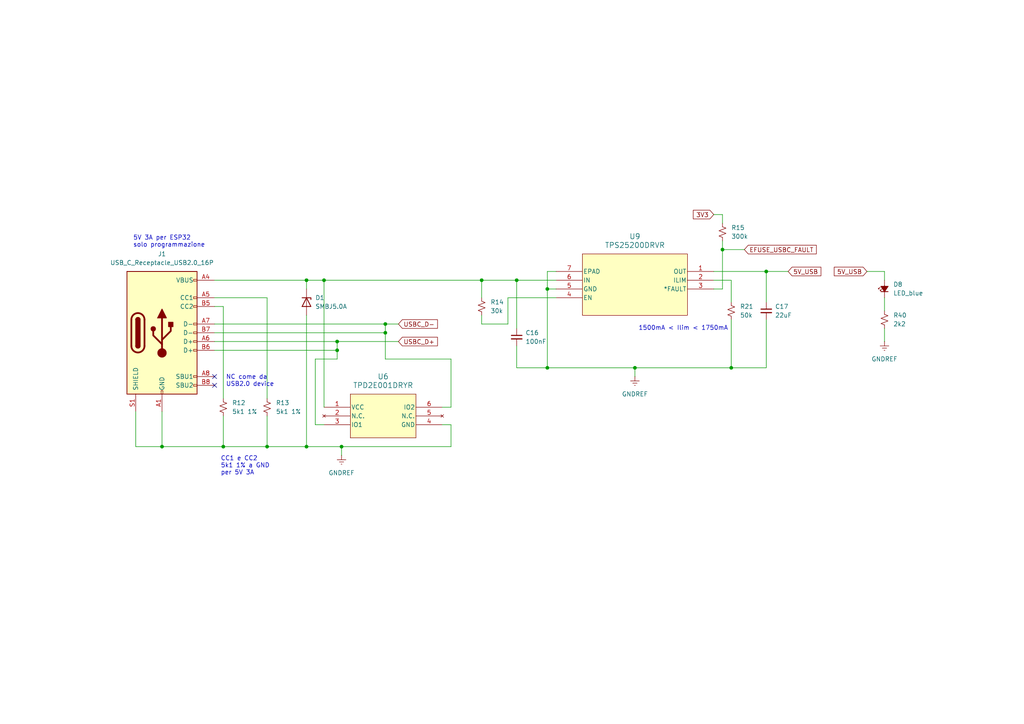
<source format=kicad_sch>
(kicad_sch (version 20250114) (generator "eeschema") (generator_version "9.0")
  (paper "A4")
  (lib_symbols
    (symbol "Connector:USB_C_Receptacle_USB2.0_16P" (pin_names (offset 1.016))
      (property "Reference" "J" (at 0 22.225 0))
      (property "Value" "USB_C_Receptacle_USB2.0_16P" (at 0 19.685 0))
      (symbol "USB_C_Receptacle_USB2.0_16P_0_0"
        (rectangle (start -0.254 -17.78) (end 0.254 -16.764))
        (rectangle (start 10.16 15.494) (end 9.144 14.986))
        (rectangle (start 10.16 10.414) (end 9.144 9.906))
        (rectangle (start 10.16 7.874) (end 9.144 7.366))
        (rectangle (start 10.16 2.794) (end 9.144 2.286))
        (rectangle (start 10.16 0.254) (end 9.144 -0.254))
        (rectangle (start 10.16 -2.286) (end 9.144 -2.794))
        (rectangle (start 10.16 -4.826) (end 9.144 -5.334))
        (rectangle (start 10.16 -12.446) (end 9.144 -12.954))
        (rectangle (start 10.16 -14.986) (end 9.144 -15.494))
      )
      (symbol "USB_C_Receptacle_USB2.0_16P_0_1"
        (rectangle (start -10.16 17.78) (end 10.16 -17.78) (stroke (width 0.254)) (fill (type background)))
        (polyline (pts (xy -8.89 -3.81) (xy -8.89 3.81)) (stroke (width 0.508)))
        (rectangle (start -7.62 -3.81) (end -6.35 3.81) (stroke (width 0.254)) (fill (type outline)))
        (arc (start -7.62 3.81) (mid -6.985 4.4423) (end -6.35 3.81) (stroke (width 0.254)))
        (arc (start -7.62 3.81) (mid -6.985 4.4423) (end -6.35 3.81) (stroke (width 0.254)) (fill (type outline)))
        (arc (start -8.89 3.81) (mid -6.985 5.7067) (end -5.08 3.81) (stroke (width 0.508)))
        (arc (start -5.08 -3.81) (mid -6.985 -5.7067) (end -8.89 -3.81) (stroke (width 0.508)))
        (arc (start -6.35 -3.81) (mid -6.985 -4.4423) (end -7.62 -3.81) (stroke (width 0.254)))
        (arc (start -6.35 -3.81) (mid -6.985 -4.4423) (end -7.62 -3.81) (stroke (width 0.254)) (fill (type outline)))
        (polyline (pts (xy -5.08 3.81) (xy -5.08 -3.81)) (stroke (width 0.508)))
        (circle (center -2.54 1.143) (radius 0.635) (stroke (width 0.254)) (fill (type outline)))
        (polyline (pts (xy -1.27 4.318) (xy 0 6.858) (xy 1.27 4.318) (xy -1.27 4.318)) (stroke (width 0.254)) (fill (type outline)))
        (polyline (pts (xy 0 -2.032) (xy 2.54 0.508) (xy 2.54 1.778)) (stroke (width 0.508)))
        (polyline (pts (xy 0 -3.302) (xy -2.54 -0.762) (xy -2.54 0.508)) (stroke (width 0.508)))
        (polyline (pts (xy 0 -5.842) (xy 0 4.318)) (stroke (width 0.508)))
        (circle (center 0 -5.842) (radius 1.27) (fill (type outline)))
        (rectangle (start 1.905 1.778) (end 3.175 3.048) (stroke (width 0.254)) (fill (type outline)))
      )
      (symbol "USB_C_Receptacle_USB2.0_16P_1_1"
        (pin passive line (at -7.62 -22.86 90) (length 5.08) (name "SHIELD") (number "S1"))
        (pin passive line (at 0 -22.86 90) (length 5.08) (name "GND") (number "A1"))
        (pin passive line (at 0 -22.86 90) (length 5.08) (hide yes) (name "GND") (number "A12"))
        (pin passive line (at 0 -22.86 90) (length 5.08) (hide yes) (name "GND") (number "B1"))
        (pin passive line (at 0 -22.86 90) (length 5.08) (hide yes) (name "GND") (number "B12"))
        (pin passive line (at 15.24 15.24 180) (length 5.08) (name "VBUS") (number "A4"))
        (pin passive line (at 15.24 15.24 180) (length 5.08) (hide yes) (name "VBUS") (number "A9"))
        (pin passive line (at 15.24 15.24 180) (length 5.08) (hide yes) (name "VBUS") (number "B4"))
        (pin passive line (at 15.24 15.24 180) (length 5.08) (hide yes) (name "VBUS") (number "B9"))
        (pin bidirectional line (at 15.24 10.16 180) (length 5.08) (name "CC1") (number "A5"))
        (pin bidirectional line (at 15.24 7.62 180) (length 5.08) (name "CC2") (number "B5"))
        (pin bidirectional line (at 15.24 2.54 180) (length 5.08) (name "D-") (number "A7"))
        (pin bidirectional line (at 15.24 0 180) (length 5.08) (name "D-") (number "B7"))
        (pin bidirectional line (at 15.24 -2.54 180) (length 5.08) (name "D+") (number "A6"))
        (pin bidirectional line (at 15.24 -5.08 180) (length 5.08) (name "D+") (number "B6"))
        (pin bidirectional line (at 15.24 -12.7 180) (length 5.08) (name "SBU1") (number "A8"))
        (pin bidirectional line (at 15.24 -15.24 180) (length 5.08) (name "SBU2") (number "B8"))
      )
    )
    (symbol "Device:C_Small" (pin_numbers (hide yes)) (pin_names (offset 0.254) (hide yes))
      (property "Reference" "C" (at 0.254 1.778 0))
      (property "Value" "C_Small" (at 0.254 -2.032 0))
      (symbol "C_Small_0_1"
        (polyline (pts (xy -1.524 0.508) (xy 1.524 0.508)) (stroke (width 0.3048)))
        (polyline (pts (xy -1.524 -0.508) (xy 1.524 -0.508)) (stroke (width 0.3302)))
      )
      (symbol "C_Small_1_1"
        (pin passive line (at 0 2.54 270) (length 2.032) (name "~") (number "1"))
        (pin passive line (at 0 -2.54 90) (length 2.032) (name "~") (number "2"))
      )
    )
    (symbol "Device:LED_Small_Filled" (pin_numbers (hide yes)) (pin_names (offset 0.254) (hide yes))
      (property "Reference" "D" (at -1.27 3.175 0))
      (property "Value" "LED_Small_Filled" (at -4.445 -2.54 0))
      (symbol "LED_Small_Filled_0_1"
        (polyline (pts (xy -0.762 -1.016) (xy -0.762 1.016)) (stroke (width 0.254)))
        (polyline (pts (xy 0 0.762) (xy -0.508 1.27) (xy -0.254 1.27) (xy -0.508 1.27) (xy -0.508 1.016)))
        (polyline (pts (xy 0.508 1.27) (xy 0 1.778) (xy 0.254 1.778) (xy 0 1.778) (xy 0 1.524)))
        (polyline (pts (xy 0.762 -1.016) (xy -0.762 0) (xy 0.762 1.016) (xy 0.762 -1.016)) (stroke (width 0.254)) (fill (type outline)))
        (polyline (pts (xy 1.016 0) (xy -0.762 0)))
      )
      (symbol "LED_Small_Filled_1_1"
        (pin passive line (at -2.54 0 0) (length 1.778) (name "K") (number "1"))
        (pin passive line (at 2.54 0 180) (length 1.778) (name "A") (number "2"))
      )
    )
    (symbol "Device:R_Small_US" (pin_numbers (hide yes)) (pin_names (offset 0.254) (hide yes))
      (property "Reference" "R" (at 0.762 0.508 0))
      (property "Value" "R_Small_US" (at 0.762 -1.016 0))
      (symbol "R_Small_US_1_1"
        (polyline (pts (xy 0 1.524) (xy 1.016 1.143) (xy 0 0.762) (xy -1.016 0.381) (xy 0 0)))
        (polyline (pts (xy 0 0) (xy 1.016 -0.381) (xy 0 -0.762) (xy -1.016 -1.143) (xy 0 -1.524)))
        (pin passive line (at 0 2.54 270) (length 1.016) (name "~") (number "1"))
        (pin passive line (at 0 -2.54 90) (length 1.016) (name "~") (number "2"))
      )
    )
    (symbol "Diode:ESD5Zxx" (pin_numbers (hide yes)) (pin_names (hide yes))
      (property "Reference" "D" (at 0 2.54 0))
      (property "Value" "ESD5Zxx" (at 0 -2.54 0))
      (symbol "ESD5Zxx_0_1"
        (polyline (pts (xy -1.27 -1.27) (xy -1.27 1.27) (xy -0.762 1.27)) (stroke (width 0.254)))
        (polyline (pts (xy 1.27 0) (xy -1.27 0)))
        (polyline (pts (xy 1.27 -1.27) (xy 1.27 1.27) (xy -1.27 0) (xy 1.27 -1.27)) (stroke (width 0.254)))
      )
      (symbol "ESD5Zxx_1_1"
        (pin passive line (at -3.81 0 0) (length 2.54) (name "K") (number "1"))
        (pin passive line (at 3.81 0 180) (length 2.54) (name "A") (number "2"))
      )
    )
    (symbol "Power_Management:TPS25200DRVR" (pin_names (offset 0.254))
      (property "Reference" "U" (at 22.86 10.16 0))
      (property "Value" "TPS25200DRVR" (at 22.86 7.62 0))
      (symbol "TPS25200DRVR_0_1"
        (pin output line (at 0 0 0) (length 7.62) (name "OUT") (number "1"))
        (pin output line (at 0 -2.54 0) (length 7.62) (name "ILIM") (number "2"))
        (pin output line (at 0 -5.08 0) (length 7.62) (name "*FAULT") (number "3"))
        (pin unspecified line (at 45.72 0 180) (length 7.62) (name "EPAD") (number "7"))
        (pin input line (at 45.72 -2.54 180) (length 7.62) (name "IN") (number "6"))
        (pin power_in line (at 45.72 -5.08 180) (length 7.62) (name "GND") (number "5"))
        (pin input line (at 45.72 -7.62 180) (length 7.62) (name "EN") (number "4"))
      )
      (symbol "TPS25200DRVR_1_1"
        (rectangle (start 7.62 5.08) (end 38.1 -12.7) (fill (type background)))
      )
    )
    (symbol "Power_Protection:TPD2E001DRYR" (pin_names (offset 0.254))
      (property "Reference" "U" (at 30.48 10.16 0))
      (property "Value" "TPD2E001DRYR" (at 30.48 7.62 0))
      (symbol "TPD2E001DRYR_0_1"
        (pin power_in line (at 26.67 0 0) (length 7.62) (name "VCC") (number "1"))
        (pin no_connect line (at 26.67 -2.54 0) (length 7.62) (name "N.C.") (number "2"))
        (pin unspecified line (at 26.67 -5.08 0) (length 7.62) (name "IO1") (number "3"))
        (pin unspecified line (at 60.96 0 180) (length 7.62) (name "IO2") (number "6"))
        (pin no_connect line (at 60.96 -2.54 180) (length 7.62) (name "N.C.") (number "5"))
        (pin power_in line (at 60.96 -5.08 180) (length 7.62) (name "GND") (number "4"))
      )
      (symbol "TPD2E001DRYR_1_1"
        (rectangle (start 34.29 3.81) (end 53.34 -8.89) (fill (type background)))
      )
    )
    (symbol "power:GNDREF" (power) (pin_numbers (hide yes)) (pin_names (offset 0) (hide yes))
      (property "Value" "GNDREF" (at 0 -3.81 0))
      (symbol "GNDREF_0_1"
        (polyline (pts (xy -0.635 -1.905) (xy 0.635 -1.905)))
        (polyline (pts (xy -0.127 -2.54) (xy 0.127 -2.54)))
        (polyline (pts (xy 0 -1.27) (xy 0 0)))
        (polyline (pts (xy 1.27 -1.27) (xy -1.27 -1.27)))
      )
      (symbol "GNDREF_1_1"
        (pin power_in line (at 0 0 270) (length 0) (name "~") (number "1"))
      )
    )
  )
  (text "5V 3A per ESP32\nsolo programmazione" (at 38.608 70.104 0) (effects (font (size 1.27 1.27)) (justify left)))
  (text "CC1 e CC2\n5k1 1% a GND\nper 5V 3A" (at 64.008 135.128 0) (effects (font (size 1.27 1.27)) (justify left)))
  (text "NC come da\nUSB2.0 device" (at 65.532 110.49 0) (effects (font (size 1.27 1.27)) (justify left)))
  (text "1500mA < Ilim < 1750mA" (at 185.166 95.25 0) (effects (font (size 1.27 1.27)) (justify left)))
  (junction (at 88.9 129.54))
  (junction (at 158.75 83.82))
  (junction (at 222.25 78.74))
  (junction (at 46.99 129.54))
  (junction (at 184.15 106.68))
  (junction (at 77.47 129.54))
  (junction (at 93.98 81.28))
  (junction (at 88.9 81.28))
  (junction (at 212.09 106.68))
  (junction (at 149.86 81.28))
  (junction (at 111.76 93.98))
  (junction (at 111.76 96.52))
  (junction (at 209.55 72.39))
  (junction (at 64.77 129.54))
  (junction (at 97.79 101.6))
  (junction (at 99.06 129.54))
  (junction (at 97.79 99.06))
  (junction (at 158.75 106.68))
  (junction (at 139.7 81.28))
  (no_connect (at 62.23 111.76))
  (no_connect (at 62.23 109.22))
  (wire (pts (xy 212.09 81.28) (xy 212.09 87.63)))
  (wire (pts (xy 184.15 106.68) (xy 158.75 106.68)))
  (wire (pts (xy 207.01 62.23) (xy 209.55 62.23)))
  (wire (pts (xy 139.7 93.98) (xy 139.7 91.44)))
  (wire (pts (xy 99.06 129.54) (xy 99.06 132.08)))
  (wire (pts (xy 147.32 93.98) (xy 139.7 93.98)))
  (wire (pts (xy 97.79 101.6) (xy 97.79 104.14)))
  (wire (pts (xy 207.01 78.74) (xy 222.25 78.74)))
  (wire (pts (xy 256.54 86.36) (xy 256.54 90.17)))
  (wire (pts (xy 93.98 81.28) (xy 139.7 81.28)))
  (wire (pts (xy 39.37 119.38) (xy 39.37 129.54)))
  (wire (pts (xy 93.98 81.28) (xy 93.98 118.11)))
  (wire (pts (xy 88.9 129.54) (xy 77.47 129.54)))
  (wire (pts (xy 97.79 99.06) (xy 97.79 101.6)))
  (wire (pts (xy 222.25 78.74) (xy 228.6 78.74)))
  (wire (pts (xy 130.81 123.19) (xy 130.81 129.54)))
  (wire (pts (xy 111.76 93.98) (xy 115.57 93.98)))
  (wire (pts (xy 111.76 96.52) (xy 111.76 104.14)))
  (wire (pts (xy 77.47 120.65) (xy 77.47 129.54)))
  (wire (pts (xy 88.9 91.44) (xy 88.9 129.54)))
  (wire (pts (xy 147.32 86.36) (xy 147.32 93.98)))
  (wire (pts (xy 212.09 106.68) (xy 184.15 106.68)))
  (wire (pts (xy 209.55 62.23) (xy 209.55 64.77)))
  (wire (pts (xy 64.77 115.57) (xy 64.77 88.9)))
  (wire (pts (xy 209.55 72.39) (xy 209.55 83.82)))
  (wire (pts (xy 62.23 101.6) (xy 97.79 101.6)))
  (wire (pts (xy 161.29 86.36) (xy 147.32 86.36)))
  (wire (pts (xy 130.81 129.54) (xy 99.06 129.54)))
  (wire (pts (xy 184.15 106.68) (xy 184.15 109.22)))
  (wire (pts (xy 91.44 104.14) (xy 97.79 104.14)))
  (wire (pts (xy 149.86 81.28) (xy 161.29 81.28)))
  (wire (pts (xy 256.54 95.25) (xy 256.54 99.06)))
  (wire (pts (xy 62.23 99.06) (xy 97.79 99.06)))
  (wire (pts (xy 93.98 123.19) (xy 91.44 123.19)))
  (wire (pts (xy 128.27 118.11) (xy 130.81 118.11)))
  (wire (pts (xy 130.81 104.14) (xy 111.76 104.14)))
  (wire (pts (xy 111.76 93.98) (xy 111.76 96.52)))
  (wire (pts (xy 149.86 100.33) (xy 149.86 106.68)))
  (wire (pts (xy 209.55 69.85) (xy 209.55 72.39)))
  (wire (pts (xy 209.55 83.82) (xy 207.01 83.82)))
  (wire (pts (xy 62.23 96.52) (xy 111.76 96.52)))
  (wire (pts (xy 139.7 81.28) (xy 139.7 86.36)))
  (wire (pts (xy 209.55 72.39) (xy 215.9 72.39)))
  (wire (pts (xy 62.23 93.98) (xy 111.76 93.98)))
  (wire (pts (xy 88.9 81.28) (xy 62.23 81.28)))
  (wire (pts (xy 158.75 106.68) (xy 149.86 106.68)))
  (wire (pts (xy 97.79 99.06) (xy 115.57 99.06)))
  (wire (pts (xy 161.29 83.82) (xy 158.75 83.82)))
  (wire (pts (xy 130.81 118.11) (xy 130.81 104.14)))
  (wire (pts (xy 158.75 78.74) (xy 158.75 83.82)))
  (wire (pts (xy 77.47 129.54) (xy 64.77 129.54)))
  (wire (pts (xy 88.9 83.82) (xy 88.9 81.28)))
  (wire (pts (xy 77.47 115.57) (xy 77.47 86.36)))
  (wire (pts (xy 158.75 83.82) (xy 158.75 106.68)))
  (wire (pts (xy 222.25 87.63) (xy 222.25 78.74)))
  (wire (pts (xy 222.25 92.71) (xy 222.25 106.68)))
  (wire (pts (xy 149.86 81.28) (xy 149.86 95.25)))
  (wire (pts (xy 256.54 78.74) (xy 256.54 81.28)))
  (wire (pts (xy 99.06 129.54) (xy 88.9 129.54)))
  (wire (pts (xy 77.47 86.36) (xy 62.23 86.36)))
  (wire (pts (xy 91.44 123.19) (xy 91.44 104.14)))
  (wire (pts (xy 161.29 78.74) (xy 158.75 78.74)))
  (wire (pts (xy 46.99 129.54) (xy 46.99 119.38)))
  (wire (pts (xy 207.01 81.28) (xy 212.09 81.28)))
  (wire (pts (xy 64.77 129.54) (xy 46.99 129.54)))
  (wire (pts (xy 39.37 129.54) (xy 46.99 129.54)))
  (wire (pts (xy 128.27 123.19) (xy 130.81 123.19)))
  (wire (pts (xy 251.46 78.74) (xy 256.54 78.74)))
  (wire (pts (xy 139.7 81.28) (xy 149.86 81.28)))
  (wire (pts (xy 64.77 88.9) (xy 62.23 88.9)))
  (wire (pts (xy 222.25 106.68) (xy 212.09 106.68)))
  (wire (pts (xy 64.77 120.65) (xy 64.77 129.54)))
  (wire (pts (xy 88.9 81.28) (xy 93.98 81.28)))
  (wire (pts (xy 212.09 92.71) (xy 212.09 106.68)))
  (global_label "3V3" (shape input) (at 207.01 62.23 180) (property "Intersheetrefs" "${INTERSHEET_REFS}" (effects (hide yes))))
  (global_label "USBC_D-" (shape input) (at 115.57 93.98 0) (property "Intersheetrefs" "${INTERSHEET_REFS}" (effects (hide yes))))
  (global_label "EFUSE_USBC_FAULT" (shape input) (at 215.9 72.39 0) (property "Intersheetrefs" "${INTERSHEET_REFS}" (effects (hide yes))))
  (global_label "5V_USB" (shape input) (at 251.46 78.74 180) (property "Intersheetrefs" "${INTERSHEET_REFS}" (effects (hide yes))))
  (global_label "USBC_D+" (shape input) (at 115.57 99.06 0) (property "Intersheetrefs" "${INTERSHEET_REFS}" (effects (hide yes))))
  (global_label "5V_USB" (shape input) (at 228.6 78.74 0) (property "Intersheetrefs" "${INTERSHEET_REFS}" (effects (hide yes))))
  (symbol (lib_id "Device:R_Small_US") (at 212.09 90.17 0) (unit 1)
    (property "Reference" "R21" (at 214.63 88.8999 0) (effects (justify left)))
    (property "Value" "50k" (at 214.63 91.4399 0) (effects (justify left)))
    (property "Description" "Resistor, small US symbol" (effects (hide yes)))
  )
  (symbol (lib_id "power:GNDREF") (at 99.06 132.08 0) (unit 1)
    (property "Reference" "#PWR09" (effects (hide yes)))
    (property "Value" "GNDREF" (at 99.06 137.16 0))
    (property "Description" "Power symbol creates a global label with name \"GNDREF\" , reference supply ground" (effects (hide yes)))
  )
  (symbol (lib_id "power:GNDREF") (at 184.15 109.22 0) (unit 1)
    (property "Reference" "#PWR010" (effects (hide yes)))
    (property "Value" "GNDREF" (at 184.15 114.3 0))
    (property "Description" "Power symbol creates a global label with name \"GNDREF\" , reference supply ground" (effects (hide yes)))
  )
  (symbol (lib_id "Power_Protection:TPD2E001DRYR") (at 67.31 118.11 0) (unit 1)
    (property "Reference" "U6" (at 111.125 109.22 0) (effects (font (size 1.524 1.524))))
    (property "Value" "TPD2E001DRYR" (at 111.125 111.76 0) (effects (font (size 1.524 1.524))))
    (property "Footprint" "DRY6" (effects (hide yes)))
    (property "Datasheet" "TPD2E001DRYR" (effects (hide yes)))
  )
  (symbol (lib_id "Device:R_Small_US") (at 77.47 118.11 0) (unit 1)
    (property "Reference" "R13" (at 80.01 116.8399 0) (effects (justify left)))
    (property "Value" "5k1 1%" (at 80.01 119.3799 0) (effects (justify left)))
    (property "Description" "Resistor, small US symbol" (effects (hide yes)))
  )
  (symbol (lib_id "Device:C_Small") (at 149.86 97.79 0) (unit 1)
    (property "Reference" "C16" (at 152.4 96.5262 0) (effects (justify left)))
    (property "Value" "100nF" (at 152.4 99.0662 0) (effects (justify left)))
    (property "Description" "Unpolarized capacitor, small symbol" (effects (hide yes)))
  )
  (symbol (lib_id "Device:LED_Small_Filled") (at 256.54 83.82 90) (unit 1)
    (property "Reference" "D8" (at 259.08 82.4864 90) (effects (justify right)))
    (property "Value" "LED_blue" (at 259.08 85.0264 90) (effects (justify right)))
    (property "Datasheet" "1mA circa, 0805" (effects (hide yes)))
    (property "Description" "Light emitting diode, small symbol, filled shape" (effects (hide yes)))
    (property "Sim.Pins" "1=K 2=A" (effects (hide yes)))
  )
  (symbol (lib_id "Device:C_Small") (at 222.25 90.17 0) (unit 1)
    (property "Reference" "C17" (at 224.79 88.9062 0) (effects (justify left)))
    (property "Value" "22uF" (at 224.79 91.4462 0) (effects (justify left)))
    (property "Description" "Unpolarized capacitor, small symbol" (effects (hide yes)))
  )
  (symbol (lib_id "Device:R_Small_US") (at 256.54 92.71 0) (unit 1)
    (property "Reference" "R40" (at 259.08 91.4399 0) (effects (justify left)))
    (property "Value" "2k2" (at 259.08 93.9799 0) (effects (justify left)))
    (property "Description" "Resistor, small US symbol" (effects (hide yes)))
  )
  (symbol (lib_id "Connector:USB_C_Receptacle_USB2.0_16P") (at 46.99 96.52 0) (unit 1)
    (property "Reference" "J1" (at 46.99 73.66 0))
    (property "Value" "USB_C_Receptacle_USB2.0_16P" (at 46.99 76.2 0))
    (property "Footprint" "Connector_USB:USB_C_Receptacle_HRO_TYPE-C-31-M-12" (effects (hide yes)))
    (property "Datasheet" "https://www.usb.org/sites/default/files/documents/usb_type-c.zip" (effects (hide yes)))
    (property "Description" "USB 2.0-only 16P Type-C Receptacle connector" (effects (hide yes)))
  )
  (symbol (lib_id "Power_Management:TPS25200DRVR") (at 207.01 78.74 0) (mirror y) (unit 1)
    (property "Reference" "U9" (at 184.15 68.58 0) (effects (font (size 1.524 1.524))))
    (property "Value" "TPS25200DRVR" (at 184.15 71.12 0) (effects (font (size 1.524 1.524))))
    (property "Footprint" "DRV6_1X1P6_TEX" (effects (hide yes)))
    (property "Datasheet" "TPS25200DRVR" (effects (hide yes)))
  )
  (symbol (lib_id "power:GNDREF") (at 256.54 99.06 0) (unit 1)
    (property "Reference" "#PWR019" (effects (hide yes)))
    (property "Value" "GNDREF" (at 256.54 104.14 0))
    (property "Description" "Power symbol creates a global label with name \"GNDREF\" , reference supply ground" (effects (hide yes)))
  )
  (symbol (lib_id "Device:R_Small_US") (at 64.77 118.11 0) (unit 1)
    (property "Reference" "R12" (at 67.31 116.8399 0) (effects (justify left)))
    (property "Value" "5k1 1%" (at 67.31 119.3799 0) (effects (justify left)))
    (property "Description" "Resistor, small US symbol" (effects (hide yes)))
  )
  (symbol (lib_id "Diode:ESD5Zxx") (at 88.9 87.63 270) (unit 1)
    (property "Reference" "D1" (at 91.44 86.3599 90) (effects (justify left)))
    (property "Value" "SMBJ5.0A" (at 91.44 88.8999 90) (effects (justify left)))
    (property "Footprint" "Diode_SMD:D_SOD-523" (effects (hide yes)))
    (property "Datasheet" "https://www.onsemi.com/pdf/datasheet/esd5z2.5t1-d.pdf" (effects (hide yes)))
    (property "Description" "ESD Protection Diode, SOD-523" (effects (hide yes)))
  )
  (symbol (lib_id "Device:R_Small_US") (at 139.7 88.9 0) (unit 1)
    (property "Reference" "R14" (at 142.24 87.6299 0) (effects (justify left)))
    (property "Value" "30k" (at 142.24 90.1699 0) (effects (justify left)))
    (property "Description" "Resistor, small US symbol" (effects (hide yes)))
  )
  (symbol (lib_id "Device:R_Small_US") (at 209.55 67.31 0) (unit 1)
    (property "Reference" "R15" (at 212.09 66.0399 0) (effects (justify left)))
    (property "Value" "300k" (at 212.09 68.5799 0) (effects (justify left)))
    (property "Description" "Resistor, small US symbol" (effects (hide yes)))
  )
)
</source>
